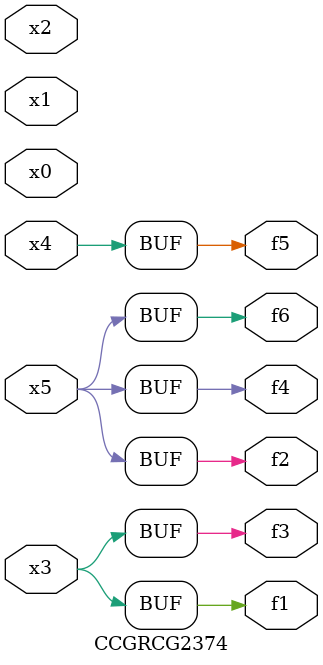
<source format=v>
module CCGRCG2374(
	input x0, x1, x2, x3, x4, x5,
	output f1, f2, f3, f4, f5, f6
);
	assign f1 = x3;
	assign f2 = x5;
	assign f3 = x3;
	assign f4 = x5;
	assign f5 = x4;
	assign f6 = x5;
endmodule

</source>
